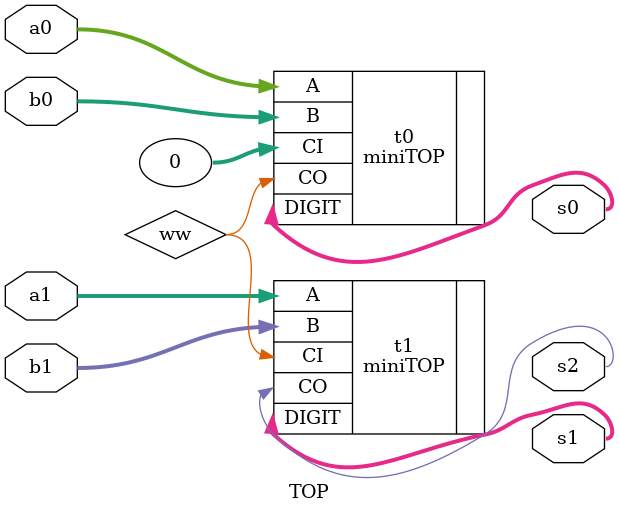
<source format=v>
`timescale 1ns / 1ps


module TOP(
input [3:0]a1,
input [3:0]b1,
input [3:0]a0,
input [3:0]b0,
output [3:0] s0,
output [3:0] s1,
output s2
    );
  wire  ww;
 miniTOP t0(.A(a0),
            .B(b0),
            .CI(0),
            .CO(ww),
            .DIGIT(s0));
           
  miniTOP t1(.A(a1),
            .B(b1),
            .CI(ww),
            .CO(s2),
            .DIGIT(s1));              
endmodule
</source>
